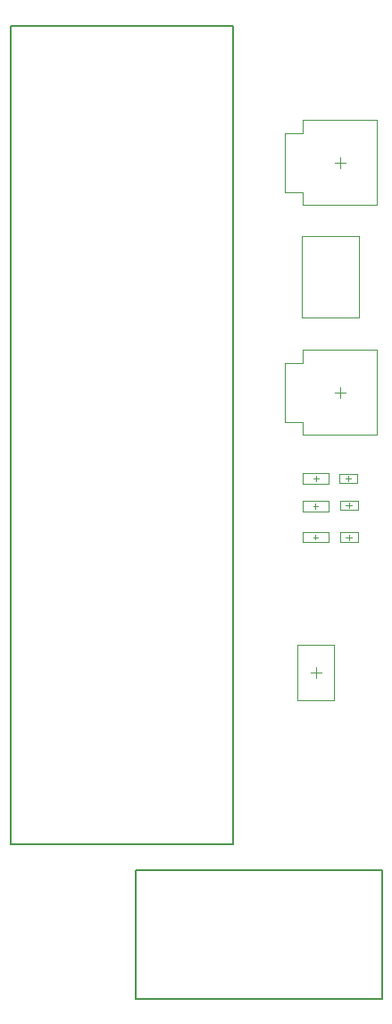
<source format=gbr>
G04*
G04 #@! TF.GenerationSoftware,Altium Limited,Altium Designer,23.10.1 (27)*
G04*
G04 Layer_Color=32768*
%FSLAX42Y42*%
%MOMM*%
G71*
G04*
G04 #@! TF.SameCoordinates,D788F153-7B32-47A3-9728-DC68925F5BF0*
G04*
G04*
G04 #@! TF.FilePolarity,Positive*
G04*
G01*
G75*
%ADD11C,0.20*%
%ADD96C,0.10*%
%ADD97C,0.05*%
D11*
X-365Y-5065D02*
X1975D01*
X-365D02*
Y-3851D01*
X1975D01*
Y-5065D02*
Y-3851D01*
X-1550Y-3604D02*
Y4146D01*
X560D01*
Y-3604D02*
Y4146D01*
X-1550Y-3604D02*
X560D01*
D96*
X1296Y-1981D02*
X1396D01*
X1346Y-2031D02*
Y-1931D01*
X1575Y623D02*
Y723D01*
X1525Y673D02*
X1625D01*
X1575Y2800D02*
Y2900D01*
X1525Y2850D02*
X1625D01*
X1344Y-721D02*
Y-671D01*
X1319Y-696D02*
X1369D01*
X1346Y-165D02*
Y-115D01*
X1321Y-140D02*
X1371D01*
X1344Y-430D02*
Y-380D01*
X1319Y-405D02*
X1369D01*
D97*
X1521Y-2242D02*
Y-1720D01*
X1171Y-2242D02*
Y-1720D01*
X1521D01*
X1171Y-2242D02*
X1521D01*
X1055Y395D02*
Y951D01*
Y395D02*
X1225D01*
Y270D02*
Y395D01*
Y270D02*
X1925D01*
Y1076D01*
X1055Y951D02*
X1225D01*
Y1076D01*
X1925D01*
X1658Y-726D02*
Y-671D01*
X1630Y-699D02*
X1685D01*
X1573Y-743D02*
X1743D01*
X1573Y-653D02*
X1743D01*
Y-743D02*
Y-653D01*
X1573Y-743D02*
Y-653D01*
X1651Y-167D02*
Y-112D01*
X1624Y-140D02*
X1678D01*
X1566Y-185D02*
X1736D01*
X1566Y-95D02*
X1736D01*
Y-185D02*
Y-95D01*
X1566Y-185D02*
Y-95D01*
X1658Y-421D02*
Y-366D01*
X1630Y-394D02*
X1685D01*
X1573Y-439D02*
X1743D01*
X1573Y-349D02*
X1743D01*
Y-439D02*
Y-349D01*
X1573Y-439D02*
Y-349D01*
X1055Y2572D02*
Y3128D01*
Y2572D02*
X1225D01*
Y2447D02*
Y2572D01*
Y2447D02*
X1925D01*
Y3253D01*
X1055Y3128D02*
X1225D01*
Y3253D01*
X1925D01*
X1217Y1380D02*
Y2151D01*
Y1380D02*
X1755D01*
Y2151D01*
X1217D02*
X1755D01*
X1469Y-746D02*
Y-646D01*
X1219Y-746D02*
X1469D01*
X1219D02*
Y-646D01*
X1469D01*
X1471Y-190D02*
Y-90D01*
X1221Y-190D02*
X1471D01*
X1221D02*
Y-90D01*
X1471D01*
X1469Y-455D02*
Y-355D01*
X1219Y-455D02*
X1469D01*
X1219D02*
Y-355D01*
X1469D01*
M02*

</source>
